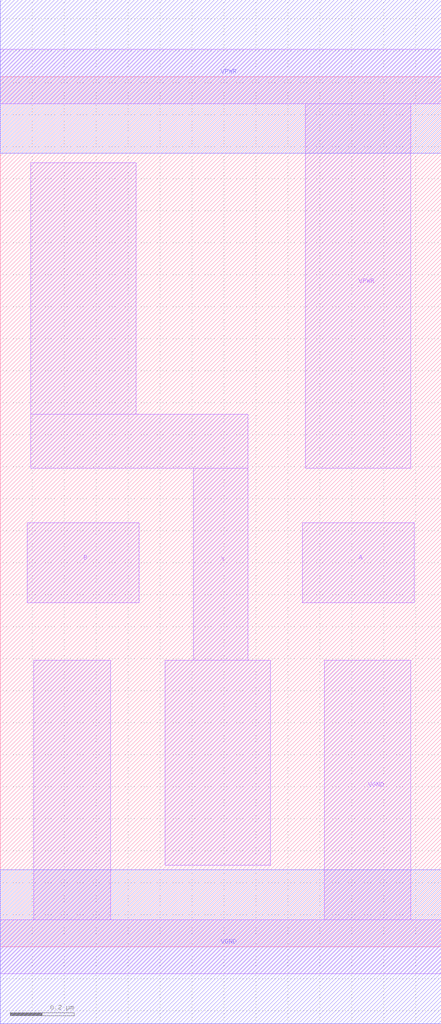
<source format=lef>
# Copyright 2020 The SkyWater PDK Authors
#
# Licensed under the Apache License, Version 2.0 (the "License");
# you may not use this file except in compliance with the License.
# You may obtain a copy of the License at
#
#     https://www.apache.org/licenses/LICENSE-2.0
#
# Unless required by applicable law or agreed to in writing, software
# distributed under the License is distributed on an "AS IS" BASIS,
# WITHOUT WARRANTIES OR CONDITIONS OF ANY KIND, either express or implied.
# See the License for the specific language governing permissions and
# limitations under the License.
#
# SPDX-License-Identifier: Apache-2.0

VERSION 5.5 ;
NAMESCASESENSITIVE ON ;
BUSBITCHARS "[]" ;
DIVIDERCHAR "/" ;
MACRO sky130_fd_sc_hd__nor2_1
  CLASS CORE ;
  SOURCE USER ;
  ORIGIN  0.000000  0.000000 ;
  SIZE  1.380000 BY  2.720000 ;
  SYMMETRY X Y R90 ;
  SITE unithd ;
  PIN A
    ANTENNAGATEAREA  0.247500 ;
    DIRECTION INPUT ;
    USE SIGNAL ;
    PORT
      LAYER li1 ;
        RECT 0.945000 1.075000 1.295000 1.325000 ;
    END
  END A
  PIN B
    ANTENNAGATEAREA  0.247500 ;
    DIRECTION INPUT ;
    USE SIGNAL ;
    PORT
      LAYER li1 ;
        RECT 0.085000 1.075000 0.435000 1.325000 ;
    END
  END B
  PIN Y
    ANTENNADIFFAREA  0.435500 ;
    DIRECTION OUTPUT ;
    USE SIGNAL ;
    PORT
      LAYER li1 ;
        RECT 0.095000 1.495000 0.775000 1.665000 ;
        RECT 0.095000 1.665000 0.425000 2.450000 ;
        RECT 0.515000 0.255000 0.845000 0.895000 ;
        RECT 0.605000 0.895000 0.775000 1.495000 ;
    END
  END Y
  PIN VGND
    DIRECTION INOUT ;
    SHAPE ABUTMENT ;
    USE GROUND ;
    PORT
      LAYER li1 ;
        RECT 0.000000 -0.085000 1.380000 0.085000 ;
        RECT 0.105000  0.085000 0.345000 0.895000 ;
        RECT 1.015000  0.085000 1.285000 0.895000 ;
    END
    PORT
      LAYER met1 ;
        RECT 0.000000 -0.240000 1.380000 0.240000 ;
    END
  END VGND
  PIN VPWR
    DIRECTION INOUT ;
    SHAPE ABUTMENT ;
    USE POWER ;
    PORT
      LAYER li1 ;
        RECT 0.000000 2.635000 1.380000 2.805000 ;
        RECT 0.955000 1.495000 1.285000 2.635000 ;
    END
    PORT
      LAYER met1 ;
        RECT 0.000000 2.480000 1.380000 2.960000 ;
    END
  END VPWR
  OBS
  END
END sky130_fd_sc_hd__nor2_1

</source>
